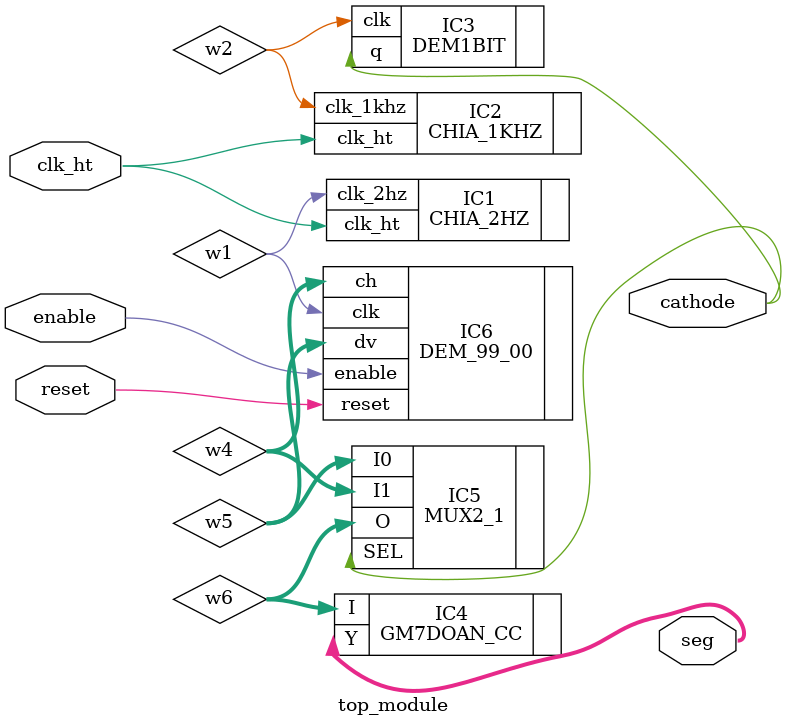
<source format=v>
module top_module(clk_ht, reset, enable, seg, cathode);
input clk_ht, reset, enable;
output [6:0] seg;
output cathode;
wire [3:0] w4, w5, w6;
wire w1, w2;
CHIA_2HZ IC1 (.clk_ht(clk_ht), .clk_2hz(w1));
CHIA_1KHZ IC2 (.clk_ht(clk_ht), .clk_1khz(w2));
DEM1BIT IC3 (.clk(w2), .q(cathode));
GM7DOAN_CC IC4 (.I(w6), .Y(seg));
MUX2_1 IC5 (.I1(w4), .I0(w5), .SEL(cathode), .O(w6));
DEM_99_00 IC6 (.clk(w1), .reset(reset), .enable(enable), .dv(w5), .ch(w4));
endmodule

</source>
